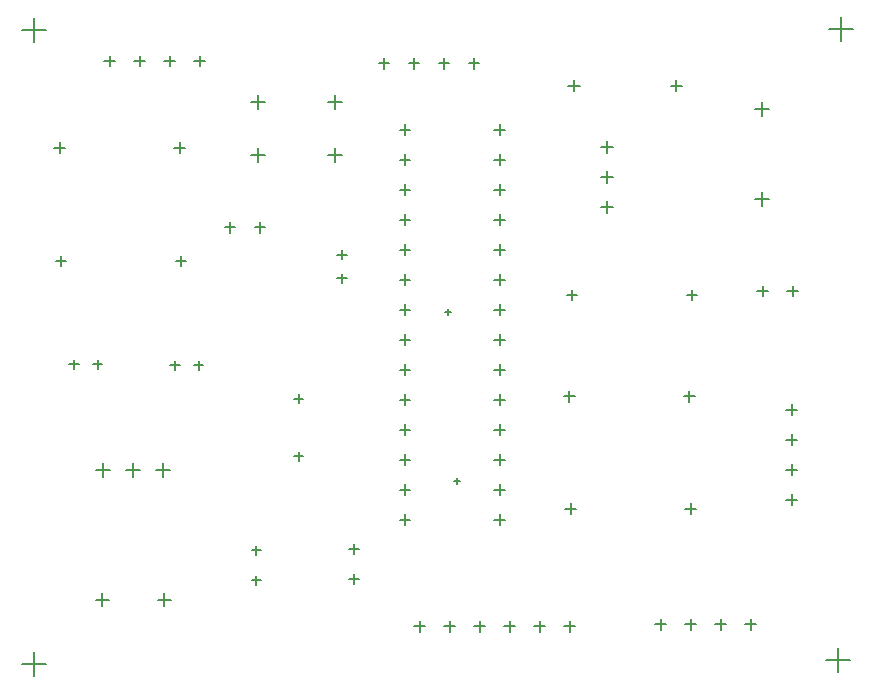
<source format=gbr>
G04*
G04 #@! TF.GenerationSoftware,Altium Limited,Altium Designer,22.4.2 (48)*
G04*
G04 Layer_Color=128*
%FSLAX25Y25*%
%MOIN*%
G70*
G04*
G04 #@! TF.SameCoordinates,05EB306F-8607-470A-85BC-A44C10D5EEA8*
G04*
G04*
G04 #@! TF.FilePolarity,Positive*
G04*
G01*
G75*
%ADD54C,0.00500*%
D54*
X249244Y192954D02*
X253969D01*
X251606Y190592D02*
Y195316D01*
X249244Y162953D02*
X253969D01*
X251606Y160591D02*
Y165315D01*
X162474Y56151D02*
X166018D01*
X164246Y54379D02*
Y57923D01*
X162474Y66151D02*
X166018D01*
X164246Y64379D02*
Y67923D01*
X162474Y76151D02*
X166018D01*
X164246Y74379D02*
Y77923D01*
X162474Y86151D02*
X166018D01*
X164246Y84379D02*
Y87923D01*
X162474Y96151D02*
X166018D01*
X164246Y94379D02*
Y97923D01*
X162474Y106151D02*
X166018D01*
X164246Y104379D02*
Y107923D01*
X162474Y116151D02*
X166018D01*
X164246Y114379D02*
Y117923D01*
X162474Y126151D02*
X166018D01*
X164246Y124379D02*
Y127923D01*
X162474Y136151D02*
X166018D01*
X164246Y134379D02*
Y137923D01*
X162474Y146151D02*
X166018D01*
X164246Y144379D02*
Y147923D01*
X162474Y156151D02*
X166018D01*
X164246Y154379D02*
Y157923D01*
X162474Y166151D02*
X166018D01*
X164246Y164379D02*
Y167923D01*
X162474Y176151D02*
X166018D01*
X164246Y174379D02*
Y177923D01*
X162474Y186151D02*
X166018D01*
X164246Y184379D02*
Y187923D01*
X130978Y56151D02*
X134522D01*
X132750Y54379D02*
Y57923D01*
X130978Y66151D02*
X134522D01*
X132750Y64379D02*
Y67923D01*
X130978Y76151D02*
X134522D01*
X132750Y74379D02*
Y77923D01*
X130978Y86151D02*
X134522D01*
X132750Y84379D02*
Y87923D01*
X130978Y96151D02*
X134522D01*
X132750Y94379D02*
Y97923D01*
X130978Y106151D02*
X134522D01*
X132750Y104379D02*
Y107923D01*
X130978Y116151D02*
X134522D01*
X132750Y114379D02*
Y117923D01*
X130978Y126151D02*
X134522D01*
X132750Y124379D02*
Y127923D01*
X130978Y136151D02*
X134522D01*
X132750Y134379D02*
Y137923D01*
X130978Y146151D02*
X134522D01*
X132750Y144379D02*
Y147923D01*
X130978Y156151D02*
X134522D01*
X132750Y154379D02*
Y157923D01*
X130978Y166151D02*
X134522D01*
X132750Y164379D02*
Y167923D01*
X130978Y176151D02*
X134522D01*
X132750Y174379D02*
Y177923D01*
X130978Y186151D02*
X134522D01*
X132750Y184379D02*
Y187923D01*
X4922Y8163D02*
X12922D01*
X8922Y4163D02*
Y12163D01*
X260172Y132422D02*
X263772D01*
X261971Y130622D02*
Y134222D01*
X250171Y132422D02*
X253771D01*
X251972Y130622D02*
Y134222D01*
X221233Y200904D02*
X225170D01*
X223202Y198936D02*
Y202873D01*
X186981Y200904D02*
X190918D01*
X188949Y198936D02*
Y202873D01*
X110217Y144513D02*
X113367D01*
X111792Y142938D02*
Y146088D01*
X110217Y136639D02*
X113367D01*
X111792Y135064D02*
Y138214D01*
X62355Y107621D02*
X65504D01*
X63929Y106046D02*
Y109196D01*
X54481Y107621D02*
X57630D01*
X56055Y106046D02*
Y109196D01*
X20795Y107991D02*
X23945D01*
X22370Y106416D02*
Y109566D01*
X28669Y107991D02*
X31819D01*
X30244Y106416D02*
Y109566D01*
X114179Y46360D02*
X117328D01*
X115753Y44785D02*
Y47935D01*
X114179Y36360D02*
X117328D01*
X115753Y34785D02*
Y37935D01*
X81603Y45990D02*
X84753D01*
X83178Y44415D02*
Y47565D01*
X81603Y35990D02*
X84753D01*
X83178Y34415D02*
Y37565D01*
X72605Y153608D02*
X76205D01*
X74405Y151808D02*
Y155408D01*
X82605Y153608D02*
X86205D01*
X84405Y151808D02*
Y155408D01*
X123937Y208308D02*
X127538D01*
X125738Y206508D02*
Y210108D01*
X133938Y208308D02*
X137538D01*
X135738Y206508D02*
Y210108D01*
X143938Y208308D02*
X147538D01*
X145738Y206508D02*
Y210108D01*
X153937Y208308D02*
X157537D01*
X155737Y206508D02*
Y210108D01*
X62500Y209048D02*
X66100D01*
X64300Y207248D02*
Y210848D01*
X52500Y209048D02*
X56100D01*
X54300Y207248D02*
Y210848D01*
X42500Y209048D02*
X46100D01*
X44300Y207248D02*
Y210848D01*
X32500Y209048D02*
X36100D01*
X34300Y207248D02*
Y210848D01*
X259801Y62825D02*
X263401D01*
X261601Y61025D02*
Y64625D01*
X259801Y72825D02*
X263401D01*
X261601Y71025D02*
Y74625D01*
X259801Y82825D02*
X263401D01*
X261601Y81025D02*
Y84625D01*
X259801Y92825D02*
X263401D01*
X261601Y91025D02*
Y94625D01*
X216110Y21371D02*
X219710D01*
X217910Y19571D02*
Y23171D01*
X226110Y21371D02*
X229710D01*
X227910Y19571D02*
Y23171D01*
X236110Y21371D02*
X239710D01*
X237910Y19571D02*
Y23171D01*
X246110Y21371D02*
X249710D01*
X247910Y19571D02*
Y23171D01*
X185828Y20630D02*
X189328D01*
X187577Y18880D02*
Y22380D01*
X175828Y20630D02*
X179327D01*
X177577Y18880D02*
Y22380D01*
X165828Y20630D02*
X169327D01*
X167578Y18880D02*
Y22380D01*
X155827Y20630D02*
X159327D01*
X157578Y18880D02*
Y22380D01*
X145827Y20630D02*
X149328D01*
X147578Y18880D02*
Y22380D01*
X135828Y20630D02*
X139328D01*
X137577Y18880D02*
Y22380D01*
X50389Y29515D02*
X54720D01*
X52554Y27349D02*
Y31680D01*
X29589Y29515D02*
X33920D01*
X31754Y27349D02*
Y31680D01*
X197983Y160366D02*
X201920D01*
X199952Y158398D02*
Y162335D01*
X197983Y170366D02*
X201920D01*
X199952Y168398D02*
Y172335D01*
X197983Y180366D02*
X201920D01*
X199952Y178398D02*
Y182335D01*
X185786Y97256D02*
X189326D01*
X187556Y95486D02*
Y99026D01*
X225786Y97256D02*
X229326D01*
X227556Y95486D02*
Y99026D01*
X15877Y180175D02*
X19417D01*
X17647Y178405D02*
Y181945D01*
X55877Y180175D02*
X59417D01*
X57647Y178405D02*
Y181945D01*
X16247Y142417D02*
X19787D01*
X18017Y140647D02*
Y144187D01*
X56247Y142417D02*
X59787D01*
X58017Y140647D02*
Y144187D01*
X226156Y59869D02*
X229696D01*
X227926Y58099D02*
Y61639D01*
X186156Y59869D02*
X189696D01*
X187926Y58099D02*
Y61639D01*
X226658Y131131D02*
X230198D01*
X228428Y129360D02*
Y132901D01*
X186658Y131131D02*
X190198D01*
X188428Y129360D02*
Y132901D01*
X81348Y195326D02*
X86071D01*
X83710Y192964D02*
Y197687D01*
X106938Y195326D02*
X111662D01*
X109300Y192964D02*
Y197687D01*
X106938Y177610D02*
X111662D01*
X109300Y175248D02*
Y179972D01*
X81348Y177610D02*
X86071D01*
X83710Y175248D02*
Y179972D01*
X39722Y72825D02*
X44446D01*
X42084Y70463D02*
Y75187D01*
X29722Y72864D02*
X34446D01*
X32084Y70502D02*
Y75226D01*
X49722Y72825D02*
X54446D01*
X52084Y70463D02*
Y75187D01*
X95670Y96498D02*
X98820D01*
X97245Y94923D02*
Y98072D01*
X95670Y77285D02*
X98820D01*
X97245Y75710D02*
Y78860D01*
X273204Y9364D02*
X281204D01*
X277204Y5364D02*
Y13364D01*
X4922Y219523D02*
X12922D01*
X8922Y215523D02*
Y223523D01*
X274165Y219763D02*
X282165D01*
X278165Y215763D02*
Y223763D01*
X148975Y68942D02*
X150944D01*
X149959Y67958D02*
Y69926D01*
X145975Y125395D02*
X147943D01*
X146959Y124410D02*
Y126379D01*
M02*

</source>
